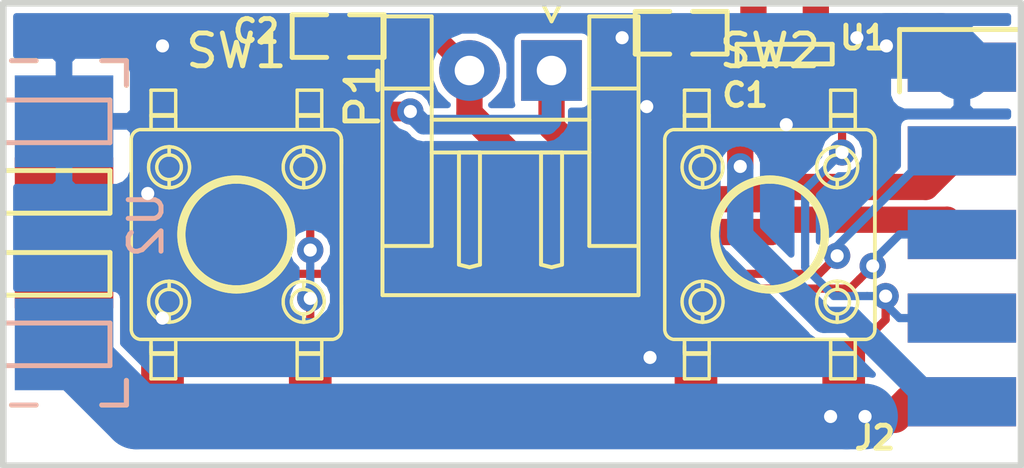
<source format=kicad_pcb>
(kicad_pcb (version 20171130) (host pcbnew "(5.1.4)-1")
  (title_block (title "3Dsimo KIT 2 - 3D extension") (date 2019-03-13) (rev 100A))
  (layers (0 F.Cu signal hide) (31 B.Cu signal hide) (34 B.Paste user hide) (35 F.Paste user hide) (36 B.SilkS user hide) (37 F.SilkS user hide) (38 B.Mask user hide) (39 F.Mask user hide) (44 Edge.Cuts user))
  (net 0 "")
  (net 1 VCC)
  (net 2 GND)
  (net 3 "Net-(J2-Pad1)")
  (net 4 "Net-(J2-Pad6)")
  (net 5 "Net-(J2-Pad8)")
  (net 6 "Net-(C2-Pad1)")
  (net 7 "Net-(C2-Pad2)")
  (net 8 "Net-(J2-Pad9)")
  (net 9 /NTC)
  (module Button_Switch_SMD:SW_SPST_6x6mm_H4.3mm (layer F.Cu) (at 154.5 89.05 180)
    (fp_text reference SW2 (at 0 5.6) (layer F.SilkS))
    (fp_text value DTSM-61K-V-B)
    (pad 2 smd rect (at 2.25 4 270) (size 1.55 1.3) (layers F.Cu F.Paste F.Mask) (net 2 GND))
    (pad 1 smd rect (at -2.25 4 270) (size 1.55 1.3) (layers F.Cu F.Paste F.Mask) (net 5 "Net-(J2-Pad8)"))
    (pad 2 smd rect (at 2.25 -4 270) (size 1.55 1.3) (layers F.Cu F.Paste F.Mask) (net 2 GND))
    (pad 1 smd rect (at -2.25 -4 270) (size 1.55 1.3) (layers F.Cu F.Paste F.Mask) (net 5 "Net-(J2-Pad8)"))
  )
  (module Button_Switch_SMD:SW_SPST_6x6mm_H4.3mm (layer F.Cu) (at 138.25 89.05 180)
    (fp_text reference SW1 (at 0 5.6) (layer F.SilkS))
    (fp_text value DTSM-61K-V-B)
    (pad 2 smd rect (at 2.25 4 270) (size 1.55 1.3) (layers F.Cu F.Paste F.Mask) (net 2 GND))
    (pad 1 smd rect (at -2.25 4 270) (size 1.55 1.3) (layers F.Cu F.Paste F.Mask) (net 4 "Net-(J2-Pad6)"))
    (pad 2 smd rect (at 2.25 -4 270) (size 1.55 1.3) (layers F.Cu F.Paste F.Mask) (net 2 GND))
    (pad 1 smd rect (at -2.25 -4 270) (size 1.55 1.3) (layers F.Cu F.Paste F.Mask) (net 4 "Net-(J2-Pad6)"))
  )
  (module Connectors_JST:JST_EH_S02B-EH_02x2.50mm_Angled (layer F.Cu) (at 147.85 84.05 180)
    (fp_text reference P1 (at 5.75 -0.8 270) (layer F.SilkS))
    (fp_text value JST_EH_S02B-EH)
    (pad 1 thru_hole rect (at 0 0 180) (size 1.85 1.85) (drill 0.9) (layers *.Cu *.Mask) (net 6 "Net-(C2-Pad1)"))
    (pad 2 thru_hole circle (at 2.5 0 180) (size 1.85 1.85) (drill 0.9) (layers *.Cu *.Mask) (net 7 "Net-(C2-Pad2)"))
  )
  (module others:HOLDER_TIP_NTC_CN (layer B.Cu) (at 133.425 88.3 180)
    (fp_text reference U2 (at -2.075 -0.45 90) (layer B.SilkS) (effects (justify mirror)))
    (fp_text value TIP_with_NTC)
    (pad 1 smd rect (at 0.425 2.7 180) (size 3 2.8) (layers B.Cu B.Mask) (net 2 GND))
    (pad 4 smd rect (at 0.425 -4.1 180) (size 3 2.8) (layers B.Cu B.Mask) (net 8 "Net-(J2-Pad9)"))
    (pad 2 smd rect (at 0.425 0.55 180) (size 3 2.1) (layers F.Cu F.Mask) (net 2 GND))
    (pad 3 smd rect (at 0.425 -1.95 180) (size 3 2.1) (layers F.Cu F.Mask) (net 9 /NTC))
  )
  (module passive:C_0603 (layer F.Cu) (at 141.35 83)
    (fp_text reference C2 (at -2.5 -0.15) (layer F.SilkS) (effects (font (size 0.7 0.7))))
    (fp_text value C-100n_50V)
    (pad 1 smd rect (at -0.75 0) (size 0.8 0.75) (layers F.Cu F.Paste F.Mask) (net 6 "Net-(C2-Pad1)"))
    (pad 2 smd rect (at 0.75 0) (size 0.8 0.75) (layers F.Cu F.Paste F.Mask) (net 7 "Net-(C2-Pad2)"))
  )
  (module Connectors:Header_for_PCB_edge_male_2x5_2.54mm (layer F.Cu) (at 166.3 89.05 270)
    (fp_text reference J2 (at 6.2 8.6) (layer F.SilkS) (effects (font (size 0.7 0.7))))
    (fp_text value CONN_02X05)
    (pad 10 smd rect (at 5.1 5.95 270) (size 1.5 3.3) (layers B.Cu B.Mask) (net 1 VCC))
    (pad 8 smd rect (at 2.55 5.95 270) (size 1.5 3.3) (layers B.Cu B.Mask) (net 5 "Net-(J2-Pad8)"))
    (pad 6 smd rect (at 0 5.95 270) (size 1.5 3.3) (layers B.Cu B.Mask) (net 4 "Net-(J2-Pad6)"))
    (pad 4 smd rect (at -2.55 5.95 270) (size 1.5 3.3) (layers B.Cu B.Mask) (net 9 /NTC))
    (pad 2 smd rect (at -5.1 5.95 270) (size 1.5 3.3) (layers B.Cu B.Mask) (net 2 GND))
    (pad 9 smd rect (at 5.1 5.95 270) (size 1.5 3.3) (layers F.Cu F.Mask) (net 8 "Net-(J2-Pad9)"))
    (pad 7 smd rect (at 2.55 5.95 270) (size 1.5 3.3) (layers F.Cu F.Mask))
    (pad 5 smd rect (at 0 5.95 270) (size 1.5 3.3) (layers F.Cu F.Mask) (net 7 "Net-(C2-Pad2)"))
    (pad 3 smd rect (at -2.55 5.95 270) (size 1.5 3.3) (layers F.Cu F.Mask) (net 6 "Net-(C2-Pad1)"))
    (pad 1 smd rect (at -5.1 5.95 270) (size 1.5 3.3) (layers F.Cu F.Mask) (net 3 "Net-(J2-Pad1)"))
  )
  (module TO_SOT_Packages_SMD:SOT-23 (layer F.Cu) (at 154.95 83.55 90)
    (fp_text reference U1 (at 0.5 2.4 180) (layer F.SilkS) (effects (font (size 0.7 0.7))))
    (fp_text value 11AA01_TT)
    (pad 1 smd rect (at 1 0.95 180) (size 0.8 0.9) (layers F.Cu F.Paste F.Mask) (net 3 "Net-(J2-Pad1)"))
    (pad 2 smd rect (at 1 -0.95 180) (size 0.8 0.9) (layers F.Cu F.Paste F.Mask) (net 1 VCC))
    (pad 3 smd rect (at -1 0 180) (size 0.8 0.9) (layers F.Cu F.Paste F.Mask) (net 2 GND))
  )
  (module passive:C_0603 (layer F.Cu) (at 151.8 82.9 180)
    (fp_text reference C1 (at -1.95 -1.9 180) (layer F.SilkS) (effects (font (size 0.7 0.7))))
    (fp_text value C-100n_50V)
    (pad 2 smd rect (at 0.75 0 180) (size 0.8 0.75) (layers F.Cu F.Paste F.Mask) (net 2 GND))
    (pad 1 smd rect (at -0.75 0 180) (size 0.8 0.75) (layers F.Cu F.Paste F.Mask) (net 1 VCC))
  )
  (gr_line (start 131.15 82) (end 131.15 96.1) (layer Edge.Cuts) (width 0.2))
  (gr_line (start 162.15 82) (end 131.15 82) (layer Edge.Cuts) (width 0.2))
  (gr_line (start 162.15 96.1) (end 162.15 82) (layer Edge.Cuts) (width 0.2))
  (gr_line (start 131.15 96.1) (end 162.15 96.1) (layer Edge.Cuts) (width 0.2))
  (segment (start 153.75 82.9) (end 153.94999 82.70001) (width 0.8) (layer F.Cu) (net 1))
  (segment (start 152.55 82.9) (end 153.75 82.9) (width 0.8) (layer F.Cu) (net 1))
  (segment (start 153.598141 83.051859) (end 153.598141 86.409283) (width 0.8) (layer F.Cu) (net 1))
  (segment (start 153.598141 86.409283) (end 153.598141 86.974968) (width 0.8) (layer F.Cu) (net 1))
  (via (at 153.598141 86.974968) (size 0.8) (drill 0.4) (layers F.Cu B.Cu) (net 1))
  (segment (start 153.75 82.9) (end 153.598141 83.051859) (width 0.8) (layer F.Cu) (net 1))
  (segment (start 156.95357 91.65357) (end 156.155246 91.65357) (width 0.8) (layer B.Cu) (net 1))
  (segment (start 153.598141 89.096465) (end 153.598141 87.540653) (width 0.8) (layer B.Cu) (net 1))
  (segment (start 159.45 94.15) (end 156.95357 91.65357) (width 0.8) (layer B.Cu) (net 1))
  (segment (start 153.598141 87.540653) (end 153.598141 86.974968) (width 0.8) (layer B.Cu) (net 1))
  (segment (start 160.35 94.15) (end 159.45 94.15) (width 0.8) (layer B.Cu) (net 1))
  (segment (start 156.155246 91.65357) (end 153.598141 89.096465) (width 0.8) (layer B.Cu) (net 1))
  (via (at 136 83.3) (size 0.8) (drill 0.4) (layers F.Cu B.Cu) (net 2))
  (segment (start 136 85.05) (end 136 83.3) (width 0.25) (layer F.Cu) (net 2))
  (via (at 136 91.6) (size 0.8) (drill 0.4) (layers F.Cu B.Cu) (net 2))
  (segment (start 136 93.05) (end 136 91.6) (width 0.25) (layer F.Cu) (net 2))
  (via (at 150.85 92.8) (size 0.8) (drill 0.4) (layers F.Cu B.Cu) (net 2))
  (segment (start 152.25 93.05) (end 151.1 93.05) (width 0.25) (layer F.Cu) (net 2))
  (segment (start 151.1 93.05) (end 150.85 92.8) (width 0.25) (layer F.Cu) (net 2))
  (via (at 150.75 85.15) (size 0.8) (drill 0.4) (layers F.Cu B.Cu) (net 2))
  (segment (start 152.25 85.05) (end 150.85 85.05) (width 0.25) (layer F.Cu) (net 2))
  (segment (start 150.85 85.05) (end 150.75 85.15) (width 0.25) (layer F.Cu) (net 2))
  (via (at 155 85.7) (size 0.8) (drill 0.4) (layers F.Cu B.Cu) (net 2))
  (segment (start 154.95 84.55) (end 154.95 85.65) (width 0.25) (layer F.Cu) (net 2))
  (segment (start 154.95 85.65) (end 155 85.7) (width 0.25) (layer F.Cu) (net 2))
  (via (at 150 83.05) (size 0.8) (drill 0.4) (layers F.Cu B.Cu) (net 2))
  (segment (start 151.05 82.9) (end 150.15 82.9) (width 0.25) (layer F.Cu) (net 2))
  (segment (start 150.15 82.9) (end 150 83.05) (width 0.25) (layer F.Cu) (net 2))
  (via (at 157.15 83.05) (size 0.8) (drill 0.4) (layers F.Cu B.Cu) (net 2))
  (via (at 158.05 83.3) (size 0.8) (drill 0.4) (layers F.Cu B.Cu) (net 2))
  (segment (start 157.15 83.05) (end 157.8 83.05) (width 1) (layer B.Cu) (net 2))
  (segment (start 157.8 83.05) (end 158.05 83.3) (width 1) (layer B.Cu) (net 2))
  (segment (start 160.35 83.95) (end 159.7 83.3) (width 2) (layer B.Cu) (net 2))
  (segment (start 159.7 83.3) (end 158.615685 83.3) (width 2) (layer B.Cu) (net 2))
  (segment (start 158.615685 83.3) (end 158.05 83.3) (width 2) (layer B.Cu) (net 2))
  (via (at 135.55 87.8) (size 0.8) (drill 0.4) (layers F.Cu B.Cu) (net 2))
  (segment (start 133 87.75) (end 135.5 87.75) (width 0.25) (layer F.Cu) (net 2))
  (segment (start 135.5 87.75) (end 135.55 87.8) (width 0.25) (layer F.Cu) (net 2))
  (segment (start 156.424999 83.398001) (end 156.424999 83.074999) (width 0.25) (layer F.Cu) (net 3))
  (segment (start 158.486584 83.95) (end 158.386584 84.05) (width 0.25) (layer F.Cu) (net 3))
  (segment (start 160.35 83.95) (end 158.486584 83.95) (width 0.25) (layer F.Cu) (net 3))
  (segment (start 156.424999 83.074999) (end 155.9 82.55) (width 0.25) (layer F.Cu) (net 3))
  (segment (start 158.386584 84.05) (end 157.706752 84.05) (width 0.25) (layer F.Cu) (net 3))
  (segment (start 157.706752 84.05) (end 157.606752 83.95) (width 0.25) (layer F.Cu) (net 3))
  (segment (start 157.606752 83.95) (end 156.976998 83.95) (width 0.25) (layer F.Cu) (net 3))
  (segment (start 156.976998 83.95) (end 156.424999 83.398001) (width 0.25) (layer F.Cu) (net 3))
  (segment (start 160.35 89.05) (end 158.45 89.05) (width 0.25) (layer B.Cu) (net 4))
  (segment (start 157.633357 89.866643) (end 157.633357 90.008983) (width 0.25) (layer B.Cu) (net 4))
  (segment (start 158.45 89.05) (end 157.633357 89.866643) (width 0.25) (layer B.Cu) (net 4))
  (via (at 157.633357 90.008983) (size 0.8) (drill 0.4) (layers F.Cu B.Cu) (net 4))
  (segment (start 156.942329 90.700011) (end 157.233358 90.408982) (width 0.25) (layer F.Cu) (net 4))
  (segment (start 141.4 93.05) (end 143.749989 90.700011) (width 0.25) (layer F.Cu) (net 4))
  (segment (start 143.749989 90.700011) (end 156.942329 90.700011) (width 0.25) (layer F.Cu) (net 4))
  (segment (start 157.233358 90.408982) (end 157.633357 90.008983) (width 0.25) (layer F.Cu) (net 4))
  (segment (start 140.5 93.05) (end 141.4 93.05) (width 0.25) (layer F.Cu) (net 4))
  (segment (start 140.5 85.05) (end 140.5 89.52499) (width 0.25) (layer F.Cu) (net 4))
  (via (at 140.5 89.52499) (size 0.8) (drill 0.4) (layers F.Cu B.Cu) (net 4))
  (via (at 140.500002 91) (size 0.8) (drill 0.4) (layers F.Cu B.Cu) (net 4))
  (segment (start 140.5 93.05) (end 140.5 91.000002) (width 0.25) (layer F.Cu) (net 4))
  (segment (start 140.5 91.000002) (end 140.500002 91) (width 0.25) (layer F.Cu) (net 4))
  (segment (start 140.5 89.52499) (end 140.5 90.999998) (width 0.25) (layer B.Cu) (net 4))
  (segment (start 140.5 90.999998) (end 140.500002 91) (width 0.25) (layer B.Cu) (net 4))
  (via (at 156.7 86.55) (size 0.8) (drill 0.4) (layers F.Cu B.Cu) (net 5))
  (segment (start 156.7 85.1) (end 156.75 85.05) (width 0.25) (layer F.Cu) (net 5))
  (segment (start 156.7 86.55) (end 156.7 85.1) (width 0.25) (layer F.Cu) (net 5))
  (segment (start 158.026299 91.648701) (end 158.026299 91.494244) (width 0.25) (layer F.Cu) (net 5))
  (segment (start 160.35 91.6) (end 158.45 91.6) (width 0.25) (layer B.Cu) (net 5))
  (segment (start 158.026299 91.176299) (end 158.026299 90.928559) (width 0.25) (layer B.Cu) (net 5))
  (segment (start 158.026299 91.494244) (end 158.026299 90.928559) (width 0.25) (layer F.Cu) (net 5))
  (segment (start 158.45 91.6) (end 158.026299 91.176299) (width 0.25) (layer B.Cu) (net 5))
  (segment (start 156.75 93.05) (end 156.75 92.925) (width 0.25) (layer F.Cu) (net 5))
  (via (at 158.026299 90.928559) (size 0.8) (drill 0.4) (layers F.Cu B.Cu) (net 5))
  (segment (start 156.75 92.925) (end 158.026299 91.648701) (width 0.25) (layer F.Cu) (net 5))
  (segment (start 157.460614 90.928559) (end 158.026299 90.928559) (width 0.25) (layer B.Cu) (net 5))
  (segment (start 156.455555 90.928559) (end 157.460614 90.928559) (width 0.25) (layer B.Cu) (net 5))
  (segment (start 155.574998 90.048002) (end 156.455555 90.928559) (width 0.25) (layer B.Cu) (net 5))
  (segment (start 155.574998 87.675002) (end 155.574998 90.048002) (width 0.25) (layer B.Cu) (net 5))
  (segment (start 156.7 86.55) (end 155.574998 87.675002) (width 0.25) (layer B.Cu) (net 5))
  (segment (start 147.85 85.775) (end 147.85 84.05) (width 0.8) (layer F.Cu) (net 6))
  (segment (start 159.250012 87.599988) (end 154.510463 87.599988) (width 0.8) (layer F.Cu) (net 6))
  (segment (start 154.135473 87.974978) (end 150.049978 87.974978) (width 0.8) (layer F.Cu) (net 6))
  (segment (start 154.510463 87.599988) (end 154.135473 87.974978) (width 0.8) (layer F.Cu) (net 6))
  (segment (start 150.049978 87.974978) (end 147.85 85.775) (width 0.8) (layer F.Cu) (net 6))
  (segment (start 160.35 86.5) (end 159.250012 87.599988) (width 0.8) (layer F.Cu) (net 6))
  (via (at 143.55 85.3) (size 0.8) (drill 0.4) (layers F.Cu B.Cu) (net 6))
  (segment (start 142.9 85.3) (end 143.55 85.3) (width 0.6) (layer F.Cu) (net 6))
  (segment (start 140.6 83) (end 142.9 85.3) (width 0.6) (layer F.Cu) (net 6))
  (segment (start 147.85 85.575) (end 147.85 84.05) (width 0.6) (layer B.Cu) (net 6))
  (segment (start 147.725001 85.699999) (end 147.85 85.575) (width 0.6) (layer B.Cu) (net 6))
  (segment (start 143.949999 85.699999) (end 147.725001 85.699999) (width 0.6) (layer B.Cu) (net 6))
  (segment (start 143.55 85.3) (end 143.949999 85.699999) (width 0.6) (layer B.Cu) (net 6))
  (segment (start 160.35 89.05) (end 159.899999 88.599999) (width 0.8) (layer F.Cu) (net 7))
  (segment (start 154.924681 88.599999) (end 154.549691 88.974989) (width 0.8) (layer F.Cu) (net 7))
  (segment (start 154.549691 88.974989) (end 148.966842 88.974989) (width 0.8) (layer F.Cu) (net 7))
  (segment (start 145.35 85.358147) (end 145.35 84.05) (width 0.8) (layer F.Cu) (net 7))
  (segment (start 148.966842 88.974989) (end 145.35 85.358147) (width 0.8) (layer F.Cu) (net 7))
  (segment (start 159.899999 88.599999) (end 154.924681 88.599999) (width 0.8) (layer F.Cu) (net 7))
  (segment (start 144.3 83) (end 145.35 84.05) (width 0.6) (layer F.Cu) (net 7))
  (segment (start 142.1 83) (end 144.3 83) (width 0.6) (layer F.Cu) (net 7))
  (via (at 157.399996 94.6) (size 0.8) (drill 0.4) (layers F.Cu B.Cu) (net 8))
  (segment (start 156.834311 94.6) (end 157.399996 94.6) (width 2) (layer B.Cu) (net 8))
  (segment (start 135.2 94.6) (end 156.834311 94.6) (width 2) (layer B.Cu) (net 8))
  (segment (start 133 92.4) (end 135.2 94.6) (width 2) (layer B.Cu) (net 8))
  (via (at 156.35 94.6) (size 0.8) (drill 0.4) (layers F.Cu B.Cu) (net 8))
  (segment (start 157.399996 94.6) (end 156.35 94.6) (width 1) (layer F.Cu) (net 8))
  (segment (start 158.75 94.15) (end 158.3 94.6) (width 1) (layer F.Cu) (net 8))
  (segment (start 160.35 94.15) (end 158.75 94.15) (width 1) (layer F.Cu) (net 8))
  (segment (start 157.399996 94.6) (end 158.3 94.6) (width 1) (layer F.Cu) (net 8))
  (via (at 156.55 89.7) (size 0.8) (drill 0.4) (layers F.Cu B.Cu) (net 9))
  (segment (start 133 90.25) (end 156 90.25) (width 0.25) (layer F.Cu) (net 9))
  (segment (start 156.150001 90.099999) (end 156.55 89.7) (width 0.25) (layer F.Cu) (net 9))
  (segment (start 156 90.25) (end 156.150001 90.099999) (width 0.25) (layer F.Cu) (net 9))
  (segment (start 156.55 89.4) (end 156.55 89.7) (width 0.25) (layer B.Cu) (net 9))
  (segment (start 159.45 86.5) (end 156.55 89.4) (width 0.25) (layer B.Cu) (net 9))
  (segment (start 160.35 86.5) (end 159.45 86.5) (width 0.25) (layer B.Cu) (net 9))
  (zone (net 2) (net_name GND) (layer B.Cu) (connect_pads (clearance 0.2)) (min_thickness 0.2) (fill yes (arc_segments 16) (thermal_gap 0.508) (thermal_bridge_width 0.508))
    (polygon (pts (xy 131.15 82) (xy 162.15 82) (xy 162.15 96.1) (xy 131.15 96.1) (xy 131.15 93.35)))
  )
)
</source>
